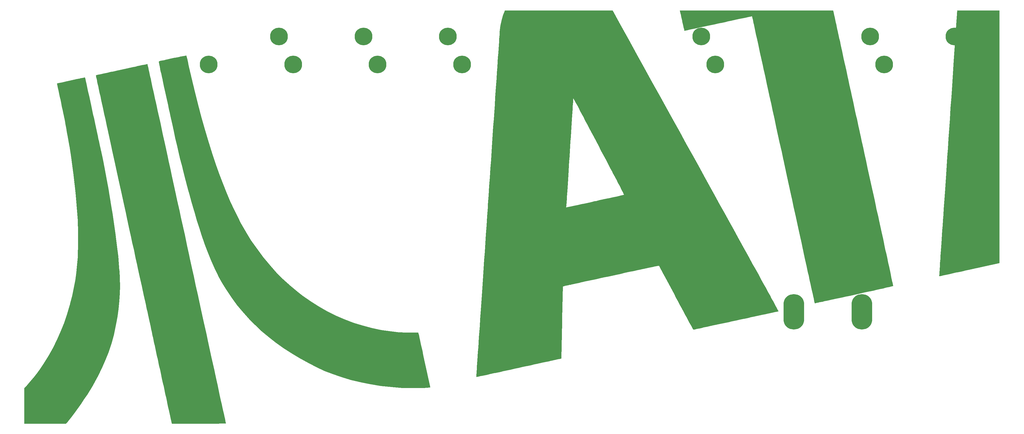
<source format=gbr>
G04 #@! TF.GenerationSoftware,KiCad,Pcbnew,(7.0.0)*
G04 #@! TF.CreationDate,2023-02-28T22:20:42-08:00*
G04 #@! TF.ProjectId,DecentXE-plate,44656365-6e74-4584-952d-706c6174652e,11*
G04 #@! TF.SameCoordinates,Original*
G04 #@! TF.FileFunction,Soldermask,Top*
G04 #@! TF.FilePolarity,Negative*
%FSLAX46Y46*%
G04 Gerber Fmt 4.6, Leading zero omitted, Abs format (unit mm)*
G04 Created by KiCad (PCBNEW (7.0.0)) date 2023-02-28 22:20:42*
%MOMM*%
%LPD*%
G01*
G04 APERTURE LIST*
%ADD10C,6.000000*%
%ADD11O,7.000000X12.000000*%
G04 APERTURE END LIST*
G36*
X352365733Y-61855309D02*
G01*
X352365733Y-104678508D01*
X342311567Y-106869919D01*
X341032936Y-107148664D01*
X339798794Y-107417816D01*
X338619406Y-107675132D01*
X337505033Y-107918367D01*
X336465941Y-108145279D01*
X335512391Y-108353622D01*
X334654647Y-108541155D01*
X333902973Y-108705631D01*
X333267631Y-108844809D01*
X332758886Y-108956444D01*
X332387000Y-109038292D01*
X332162237Y-109088110D01*
X332095527Y-109103323D01*
X332026440Y-109112496D01*
X331982905Y-109078712D01*
X331961751Y-108974555D01*
X331959806Y-108772609D01*
X331973898Y-108445458D01*
X331988635Y-108179359D01*
X331993886Y-108091853D01*
X332002512Y-107954917D01*
X332014720Y-107765506D01*
X332030715Y-107520576D01*
X332050703Y-107217083D01*
X332074889Y-106851983D01*
X332103480Y-106422232D01*
X332136681Y-105924786D01*
X332174698Y-105356599D01*
X332217738Y-104714629D01*
X332266005Y-103995831D01*
X332319705Y-103197161D01*
X332379045Y-102315575D01*
X332444229Y-101348028D01*
X332515465Y-100291476D01*
X332592957Y-99142875D01*
X332676912Y-97899182D01*
X332767535Y-96557351D01*
X332865032Y-95114339D01*
X332969609Y-93567101D01*
X333081471Y-91912593D01*
X333200825Y-90147772D01*
X333327876Y-88269592D01*
X333462830Y-86275010D01*
X333605893Y-84160982D01*
X333757271Y-81924463D01*
X333917169Y-79562409D01*
X334085793Y-77071776D01*
X334263350Y-74449520D01*
X334450044Y-71692597D01*
X334646081Y-68797962D01*
X334851669Y-65762572D01*
X335067011Y-62583382D01*
X335292314Y-59257347D01*
X335527784Y-55781425D01*
X335773627Y-52152570D01*
X336030048Y-48367738D01*
X336297253Y-44423886D01*
X336575448Y-40317969D01*
X336864839Y-36046943D01*
X336942007Y-34908067D01*
X338014800Y-19075400D01*
X345190266Y-19053755D01*
X352365733Y-19032111D01*
X352365733Y-61855309D01*
G37*
G36*
X42887961Y-41826108D02*
G01*
X42941991Y-42065032D01*
X43027148Y-42447605D01*
X43141054Y-42962909D01*
X43281330Y-43600025D01*
X43445599Y-44348032D01*
X43631482Y-45196014D01*
X43836599Y-46133050D01*
X44058574Y-47148221D01*
X44295028Y-48230609D01*
X44543582Y-49369294D01*
X44801858Y-50553357D01*
X45067478Y-51771880D01*
X45338063Y-53013944D01*
X45611235Y-54268628D01*
X45884615Y-55525015D01*
X46155826Y-56772186D01*
X46422489Y-57999221D01*
X46682226Y-59195201D01*
X46932658Y-60349207D01*
X47171406Y-61450321D01*
X47396093Y-62487623D01*
X47604341Y-63450195D01*
X47793770Y-64327117D01*
X47962003Y-65107470D01*
X48106661Y-65780335D01*
X48225365Y-66334793D01*
X48276196Y-66573400D01*
X48928924Y-69710334D01*
X49558233Y-72866138D01*
X50161998Y-76026962D01*
X50738094Y-79178960D01*
X51284395Y-82308283D01*
X51798777Y-85401084D01*
X52279114Y-88443515D01*
X52723281Y-91421728D01*
X53129153Y-94321875D01*
X53494604Y-97130108D01*
X53817511Y-99832580D01*
X54095747Y-102415443D01*
X54327187Y-104864849D01*
X54509706Y-107166950D01*
X54512984Y-107213400D01*
X54655730Y-109876159D01*
X54701086Y-112466094D01*
X54646907Y-115015109D01*
X54491047Y-117555110D01*
X54231358Y-120118001D01*
X53865695Y-122735689D01*
X53391911Y-125440079D01*
X53232078Y-126254620D01*
X52587899Y-129117969D01*
X51814297Y-131925394D01*
X50905032Y-134693573D01*
X49853866Y-137439186D01*
X48654561Y-140178914D01*
X47300879Y-142929436D01*
X46294038Y-144805400D01*
X45483883Y-146221155D01*
X44580243Y-147718267D01*
X43602612Y-149268202D01*
X42570483Y-150842427D01*
X41503349Y-152412406D01*
X40420704Y-153949606D01*
X39342041Y-155425493D01*
X38286854Y-156811532D01*
X37274636Y-158079190D01*
X36996113Y-158415567D01*
X36447939Y-159071733D01*
X29391503Y-159071733D01*
X22335067Y-159071733D01*
X22335067Y-153054114D01*
X22335067Y-147036496D01*
X22784391Y-146555948D01*
X23670452Y-145573063D01*
X24605089Y-144471508D01*
X25562383Y-143284678D01*
X26516411Y-142045969D01*
X27441255Y-140788775D01*
X28310994Y-139546492D01*
X28841749Y-138751733D01*
X30503885Y-136081373D01*
X32027644Y-133363254D01*
X33419459Y-130582741D01*
X34685765Y-127725202D01*
X35832994Y-124776001D01*
X36867581Y-121720506D01*
X37795958Y-118544082D01*
X37905494Y-118135400D01*
X38539882Y-115578081D01*
X39079969Y-113032935D01*
X39531249Y-110465631D01*
X39899213Y-107841839D01*
X40189355Y-105127229D01*
X40384308Y-102641400D01*
X40411492Y-102119012D01*
X40434570Y-101450285D01*
X40453543Y-100658165D01*
X40468414Y-99765598D01*
X40479185Y-98795528D01*
X40485858Y-97770900D01*
X40488437Y-96714660D01*
X40486922Y-95649753D01*
X40481316Y-94599124D01*
X40471622Y-93585718D01*
X40457842Y-92632481D01*
X40439978Y-91762357D01*
X40418033Y-90998292D01*
X40392008Y-90363232D01*
X40383070Y-90195400D01*
X40183560Y-87036110D01*
X39948350Y-83951782D01*
X39673786Y-80910318D01*
X39356213Y-77879618D01*
X38991976Y-74827585D01*
X38577422Y-71722119D01*
X38108895Y-68531122D01*
X37582741Y-65222496D01*
X37446113Y-64399167D01*
X37192018Y-62889819D01*
X36955088Y-61506180D01*
X36729991Y-60220652D01*
X36511398Y-59005634D01*
X36293976Y-57833530D01*
X36072394Y-56676738D01*
X35841322Y-55507662D01*
X35595428Y-54298701D01*
X35329381Y-53022257D01*
X35037849Y-51650731D01*
X34715502Y-50156524D01*
X34531833Y-49312256D01*
X34327907Y-48375095D01*
X34135660Y-47487742D01*
X33957997Y-46663854D01*
X33797823Y-45917086D01*
X33658042Y-45261095D01*
X33541559Y-44709538D01*
X33451279Y-44276069D01*
X33390105Y-43974346D01*
X33360944Y-43818025D01*
X33359099Y-43798684D01*
X33446125Y-43775384D01*
X33680237Y-43720776D01*
X34043564Y-43638728D01*
X34518235Y-43533104D01*
X35086379Y-43407771D01*
X35730122Y-43266595D01*
X36431595Y-43113442D01*
X37172925Y-42952179D01*
X37936241Y-42786671D01*
X38703672Y-42620785D01*
X39457345Y-42458387D01*
X40179389Y-42303343D01*
X40851933Y-42159519D01*
X41457105Y-42030782D01*
X41977033Y-41920997D01*
X42393846Y-41834030D01*
X42689673Y-41773748D01*
X42846642Y-41744017D01*
X42867436Y-41741753D01*
X42887961Y-41826108D01*
G37*
G36*
X77168648Y-34299092D02*
G01*
X77198471Y-34391312D01*
X77259759Y-34630143D01*
X77348101Y-34996707D01*
X77459090Y-35472126D01*
X77588315Y-36037520D01*
X77731369Y-36674010D01*
X77878750Y-37339560D01*
X78938447Y-42031539D01*
X80023056Y-46582373D01*
X81131911Y-50990047D01*
X82264348Y-55252543D01*
X83419703Y-59367843D01*
X84597311Y-63333931D01*
X85796507Y-67148788D01*
X87016628Y-70810398D01*
X88257009Y-74316743D01*
X89516985Y-77665807D01*
X90795892Y-80855571D01*
X92093065Y-83884018D01*
X93407841Y-86749132D01*
X94739555Y-89448894D01*
X95552441Y-90999733D01*
X97275397Y-94049328D01*
X99119870Y-97006485D01*
X101079729Y-99863972D01*
X103148848Y-102614556D01*
X105321096Y-105251005D01*
X107590345Y-107766087D01*
X109950466Y-110152567D01*
X112395331Y-112403215D01*
X114918810Y-114510798D01*
X116517236Y-115740302D01*
X119220303Y-117649813D01*
X121993954Y-119406275D01*
X124835162Y-121008539D01*
X127740902Y-122455458D01*
X130708148Y-123745883D01*
X133733872Y-124878667D01*
X136815049Y-125852662D01*
X139948653Y-126666718D01*
X143131658Y-127319689D01*
X146361037Y-127810427D01*
X149081067Y-128094256D01*
X149486621Y-128120385D01*
X150027053Y-128143940D01*
X150667916Y-128164034D01*
X151374763Y-128179782D01*
X152113147Y-128190301D01*
X152848621Y-128194704D01*
X152993487Y-128194772D01*
X155678240Y-128193347D01*
X155769799Y-128625374D01*
X155800080Y-128765837D01*
X155863982Y-129060322D01*
X155959018Y-129497413D01*
X156082700Y-130065694D01*
X156232540Y-130753748D01*
X156406052Y-131550159D01*
X156600746Y-132443510D01*
X156814136Y-133422386D01*
X157043734Y-134475369D01*
X157287052Y-135591045D01*
X157541603Y-136757995D01*
X157791865Y-137905067D01*
X159722371Y-146752733D01*
X159502886Y-146809866D01*
X159241070Y-146854752D01*
X158830309Y-146895194D01*
X158290939Y-146930871D01*
X157643297Y-146961461D01*
X156907720Y-146986641D01*
X156104546Y-147006091D01*
X155254111Y-147019489D01*
X154376752Y-147026512D01*
X153492807Y-147026840D01*
X152622612Y-147020150D01*
X151786506Y-147006121D01*
X151004824Y-146984431D01*
X150308733Y-146955308D01*
X146628835Y-146697152D01*
X143043764Y-146299861D01*
X139551073Y-145762905D01*
X136148312Y-145085754D01*
X132833033Y-144267876D01*
X129602787Y-143308742D01*
X126455126Y-142207820D01*
X124140151Y-141285844D01*
X123590249Y-141044974D01*
X122918042Y-140734136D01*
X122148914Y-140366199D01*
X121308248Y-139954028D01*
X120421429Y-139510492D01*
X119513840Y-139048457D01*
X118610865Y-138580792D01*
X117737888Y-138120364D01*
X116920293Y-137680040D01*
X116183465Y-137272687D01*
X115849400Y-137083177D01*
X112914843Y-135332497D01*
X110136376Y-133532641D01*
X107506016Y-131676325D01*
X105015782Y-129756263D01*
X102657693Y-127765172D01*
X100423769Y-125695767D01*
X98306027Y-123540763D01*
X96296487Y-121292876D01*
X94387168Y-118944821D01*
X92570088Y-116489313D01*
X91379283Y-114748733D01*
X90534776Y-113445754D01*
X89727323Y-112138035D01*
X88952683Y-110815293D01*
X88206617Y-109467247D01*
X87484886Y-108083617D01*
X86783250Y-106654119D01*
X86097470Y-105168473D01*
X85423306Y-103616396D01*
X84756518Y-101987608D01*
X84092868Y-100271827D01*
X83428116Y-98458771D01*
X82758021Y-96538159D01*
X82078346Y-94499708D01*
X81384850Y-92333139D01*
X80673294Y-90028168D01*
X79939438Y-87574514D01*
X79369803Y-85623400D01*
X78790673Y-83602631D01*
X78231617Y-81612954D01*
X77688804Y-79638890D01*
X77158404Y-77664957D01*
X76636587Y-75675676D01*
X76119522Y-73655565D01*
X75603381Y-71589146D01*
X75084332Y-69460938D01*
X74558546Y-67255460D01*
X74022193Y-64957232D01*
X73471442Y-62550774D01*
X72902463Y-60020606D01*
X72311426Y-57351247D01*
X71828469Y-55143400D01*
X71558478Y-53903351D01*
X71262279Y-52543301D01*
X70947562Y-51098545D01*
X70622018Y-49604378D01*
X70293340Y-48096095D01*
X69969218Y-46608992D01*
X69657345Y-45178365D01*
X69365411Y-43839508D01*
X69101109Y-42627717D01*
X69079462Y-42528487D01*
X68863299Y-41532520D01*
X68659823Y-40585040D01*
X68471675Y-39698977D01*
X68301501Y-38887258D01*
X68151942Y-38162813D01*
X68025643Y-37538571D01*
X67925246Y-37027461D01*
X67853396Y-36642411D01*
X67812736Y-36396350D01*
X67805909Y-36302208D01*
X67806350Y-36301801D01*
X67910469Y-36269833D01*
X68159986Y-36207891D01*
X68536811Y-36119846D01*
X69022854Y-36009566D01*
X69600024Y-35880922D01*
X70250230Y-35737784D01*
X70955382Y-35584021D01*
X71697389Y-35423503D01*
X72458160Y-35260101D01*
X73219605Y-35097682D01*
X73963634Y-34940119D01*
X74672156Y-34791280D01*
X75327079Y-34655034D01*
X75910314Y-34535253D01*
X76403771Y-34435806D01*
X76789357Y-34360562D01*
X77048983Y-34313391D01*
X77164559Y-34298163D01*
X77168648Y-34299092D01*
G37*
G36*
X63998551Y-37284505D02*
G01*
X64053692Y-37520458D01*
X64138730Y-37894767D01*
X64250651Y-38393869D01*
X64386444Y-39004205D01*
X64543096Y-39712210D01*
X64717594Y-40504325D01*
X64906927Y-41366986D01*
X65108082Y-42286632D01*
X65219117Y-42795540D01*
X65304537Y-43187400D01*
X65424954Y-43739825D01*
X65579303Y-44447931D01*
X65766520Y-45306835D01*
X65985539Y-46311653D01*
X66235298Y-47457502D01*
X66514731Y-48739496D01*
X66822773Y-50152753D01*
X67158361Y-51692389D01*
X67520429Y-53353520D01*
X67907914Y-55131262D01*
X68319751Y-57020732D01*
X68754875Y-59017045D01*
X69212221Y-61115318D01*
X69690726Y-63310668D01*
X70189325Y-65598209D01*
X70706954Y-67973060D01*
X71242547Y-70430335D01*
X71795041Y-72965151D01*
X72363370Y-75572624D01*
X72946471Y-78247871D01*
X73543279Y-80986008D01*
X74152730Y-83782151D01*
X74773758Y-86631415D01*
X75405300Y-89528918D01*
X76046291Y-92469776D01*
X76695667Y-95449105D01*
X77352363Y-98462020D01*
X78015314Y-101503639D01*
X78466294Y-103572733D01*
X79123836Y-106589454D01*
X79772555Y-109565527D01*
X80411513Y-112496651D01*
X81039770Y-115378521D01*
X81656388Y-118206836D01*
X82260427Y-120977293D01*
X82850949Y-123685589D01*
X83427016Y-126327421D01*
X83987688Y-128898486D01*
X84532026Y-131394481D01*
X85059093Y-133811105D01*
X85567948Y-136144053D01*
X86057653Y-138389023D01*
X86527270Y-140541713D01*
X86975860Y-142597820D01*
X87402483Y-144553040D01*
X87806201Y-146403072D01*
X88186075Y-148143611D01*
X88541167Y-149770357D01*
X88870537Y-151279004D01*
X89173246Y-152665252D01*
X89448357Y-153924797D01*
X89694930Y-155053337D01*
X89912026Y-156046568D01*
X90098707Y-156900187D01*
X90254033Y-157609893D01*
X90377067Y-158171382D01*
X90466868Y-158580352D01*
X90522499Y-158832499D01*
X90543020Y-158923521D01*
X90543034Y-158923567D01*
X90543629Y-158946916D01*
X90524294Y-158967681D01*
X90475729Y-158986013D01*
X90388636Y-159002063D01*
X90253717Y-159015982D01*
X90061673Y-159027921D01*
X89803207Y-159038030D01*
X89469019Y-159046462D01*
X89049812Y-159053366D01*
X88536287Y-159058894D01*
X87919146Y-159063196D01*
X87189091Y-159066425D01*
X86336823Y-159068729D01*
X85353043Y-159070261D01*
X84228455Y-159071172D01*
X82953758Y-159071612D01*
X81519656Y-159071733D01*
X81416674Y-159071733D01*
X72245537Y-159071733D01*
X71932136Y-157653567D01*
X71578982Y-156054997D01*
X71248417Y-154557494D01*
X70936170Y-153141549D01*
X70637971Y-151787654D01*
X70349547Y-150476302D01*
X70066628Y-149187987D01*
X69784942Y-147903199D01*
X69500219Y-146602432D01*
X69208188Y-145266179D01*
X68904577Y-143874932D01*
X68585115Y-142409183D01*
X68245531Y-140849425D01*
X67881554Y-139176151D01*
X67488913Y-137369852D01*
X67209687Y-136084733D01*
X67023429Y-135227427D01*
X66837466Y-134371603D01*
X66650823Y-133512791D01*
X66462525Y-132646517D01*
X66271599Y-131768308D01*
X66077069Y-130873691D01*
X65877962Y-129958195D01*
X65673302Y-129017346D01*
X65462115Y-128046671D01*
X65243427Y-127041697D01*
X65016262Y-125997953D01*
X64779648Y-124910965D01*
X64532608Y-123776261D01*
X64274168Y-122589367D01*
X64003355Y-121345812D01*
X63719193Y-120041122D01*
X63420708Y-118670824D01*
X63106926Y-117230447D01*
X62776871Y-115715516D01*
X62429569Y-114121561D01*
X62064047Y-112444106D01*
X61679329Y-110678682D01*
X61274440Y-108820813D01*
X60848407Y-106866028D01*
X60400255Y-104809854D01*
X59929009Y-102647818D01*
X59433695Y-100375447D01*
X58913338Y-97988269D01*
X58366963Y-95481812D01*
X57793597Y-92851601D01*
X57192264Y-90093165D01*
X56561991Y-87202031D01*
X55901802Y-84173726D01*
X55210723Y-81003777D01*
X54487780Y-77687712D01*
X53731998Y-74221058D01*
X52942403Y-70599342D01*
X52118020Y-66818092D01*
X51845319Y-65567283D01*
X51410401Y-63571911D01*
X50984921Y-61618820D01*
X50570292Y-59714527D01*
X50167926Y-57865551D01*
X49779234Y-56078408D01*
X49405628Y-54359616D01*
X49048521Y-52715693D01*
X48709324Y-51153156D01*
X48389450Y-49678523D01*
X48090309Y-48298310D01*
X47813315Y-47019036D01*
X47559880Y-45847218D01*
X47331414Y-44789374D01*
X47129331Y-43852020D01*
X46955042Y-43041674D01*
X46809959Y-42364855D01*
X46695494Y-41828079D01*
X46613059Y-41437863D01*
X46564067Y-41200726D01*
X46549733Y-41123620D01*
X46617944Y-40992341D01*
X46824900Y-40917140D01*
X46944559Y-40892068D01*
X47218179Y-40833279D01*
X47634306Y-40743266D01*
X48181485Y-40624525D01*
X48848262Y-40479550D01*
X49623183Y-40310837D01*
X50494792Y-40120879D01*
X51451636Y-39912173D01*
X52482260Y-39687212D01*
X53575209Y-39448491D01*
X54719029Y-39198505D01*
X55524400Y-39022400D01*
X56690196Y-38767685D01*
X57808735Y-38523794D01*
X58868998Y-38293101D01*
X59859967Y-38077982D01*
X60770624Y-37880811D01*
X61589951Y-37703964D01*
X62306932Y-37549815D01*
X62910546Y-37420739D01*
X63389778Y-37319113D01*
X63733608Y-37247310D01*
X63931019Y-37207706D01*
X63976318Y-37200470D01*
X63998551Y-37284505D01*
G37*
G36*
X296091000Y-19223567D02*
G01*
X296115052Y-19330563D01*
X296172748Y-19592049D01*
X296261691Y-19997061D01*
X296379484Y-20534635D01*
X296523732Y-21193807D01*
X296692038Y-21963613D01*
X296882007Y-22833090D01*
X297091241Y-23791273D01*
X297317344Y-24827198D01*
X297557922Y-25929902D01*
X297810576Y-27088421D01*
X298072912Y-28291790D01*
X298084815Y-28346400D01*
X298355204Y-29586941D01*
X298657009Y-30971571D01*
X298985574Y-32478932D01*
X299336244Y-34087667D01*
X299704362Y-35776416D01*
X300085272Y-37523824D01*
X300474320Y-39308532D01*
X300866848Y-41109181D01*
X301258202Y-42904415D01*
X301643726Y-44672875D01*
X302018764Y-46393204D01*
X302378659Y-48044044D01*
X302615861Y-49132067D01*
X302853493Y-50222055D01*
X303124837Y-51466673D01*
X303427534Y-52855103D01*
X303759225Y-54376528D01*
X304117553Y-56020131D01*
X304500158Y-57775094D01*
X304904684Y-59630599D01*
X305328771Y-61575830D01*
X305770060Y-63599969D01*
X306226195Y-65692198D01*
X306694815Y-67841701D01*
X307173564Y-70037659D01*
X307660083Y-72269256D01*
X308152012Y-74525674D01*
X308646995Y-76796095D01*
X309142672Y-79069702D01*
X309636686Y-81335678D01*
X310126677Y-83583206D01*
X310610288Y-85801467D01*
X310792969Y-86639400D01*
X311239887Y-88690073D01*
X311677267Y-90698393D01*
X312103741Y-92658033D01*
X312517941Y-94562664D01*
X312918501Y-96405959D01*
X313304053Y-98181591D01*
X313673229Y-99883231D01*
X314024662Y-101504554D01*
X314356984Y-103039230D01*
X314668828Y-104480933D01*
X314958828Y-105823335D01*
X315225614Y-107060108D01*
X315467820Y-108184926D01*
X315684078Y-109191459D01*
X315873022Y-110073382D01*
X316033282Y-110824366D01*
X316163493Y-111438084D01*
X316262287Y-111908209D01*
X316328295Y-112228412D01*
X316360152Y-112392366D01*
X316362978Y-112413497D01*
X316310528Y-112441266D01*
X316156854Y-112489708D01*
X315897289Y-112559880D01*
X315527168Y-112652843D01*
X315041824Y-112769656D01*
X314436591Y-112911376D01*
X313706803Y-113079064D01*
X312847795Y-113273778D01*
X311854899Y-113496576D01*
X310723450Y-113748519D01*
X309448782Y-114030664D01*
X308026229Y-114344071D01*
X306451125Y-114689798D01*
X304718803Y-115068906D01*
X303216733Y-115396910D01*
X301754429Y-115715777D01*
X300336094Y-116024691D01*
X298970646Y-116321728D01*
X297667005Y-116604961D01*
X296434088Y-116872464D01*
X295280816Y-117122312D01*
X294216106Y-117352579D01*
X293248878Y-117561339D01*
X292388051Y-117746667D01*
X291642544Y-117906635D01*
X291021275Y-118039320D01*
X290533163Y-118142794D01*
X290187127Y-118215133D01*
X289992087Y-118254409D01*
X289950939Y-118261313D01*
X289809306Y-118192163D01*
X289764684Y-118114233D01*
X289744263Y-118023576D01*
X289688807Y-117772059D01*
X289599320Y-117364276D01*
X289476803Y-116804821D01*
X289322257Y-116098288D01*
X289136685Y-115249273D01*
X288921089Y-114262369D01*
X288676470Y-113142170D01*
X288403831Y-111893270D01*
X288104174Y-110520265D01*
X287778500Y-109027747D01*
X287427812Y-107420312D01*
X287053111Y-105702554D01*
X286655400Y-103879066D01*
X286235680Y-101954444D01*
X285794954Y-99933281D01*
X285334223Y-97820172D01*
X284854489Y-95619711D01*
X284356755Y-93336492D01*
X283842021Y-90975110D01*
X283311291Y-88540158D01*
X282765566Y-86036231D01*
X282205849Y-83467924D01*
X281633140Y-80839830D01*
X281048442Y-78156544D01*
X280452758Y-75422659D01*
X279847088Y-72642772D01*
X279232436Y-69821474D01*
X279161181Y-69494400D01*
X278545815Y-66669749D01*
X277939434Y-63886403D01*
X277343035Y-61148940D01*
X276757616Y-58461936D01*
X276184175Y-55829970D01*
X275623708Y-53257616D01*
X275077215Y-50749454D01*
X274545691Y-48310059D01*
X274030135Y-45944009D01*
X273531544Y-43655882D01*
X273050915Y-41450253D01*
X272589247Y-39331700D01*
X272147536Y-37304800D01*
X271726780Y-35374130D01*
X271327977Y-33544268D01*
X270952124Y-31819790D01*
X270600219Y-30205273D01*
X270273259Y-28705295D01*
X269972241Y-27324432D01*
X269698164Y-26067261D01*
X269452024Y-24938360D01*
X269234820Y-23942306D01*
X269047549Y-23083675D01*
X268891207Y-22367045D01*
X268766794Y-21796993D01*
X268675305Y-21378096D01*
X268617740Y-21114930D01*
X268595094Y-21012074D01*
X268594769Y-21010717D01*
X268512815Y-21026994D01*
X268274862Y-21077366D01*
X267890342Y-21159785D01*
X267368688Y-21272205D01*
X266719330Y-21412578D01*
X265951703Y-21578858D01*
X265075237Y-21768997D01*
X264099366Y-21980948D01*
X263033521Y-22212664D01*
X261887135Y-22462099D01*
X260669640Y-22727204D01*
X259390467Y-23005934D01*
X258059051Y-23296241D01*
X257168442Y-23490537D01*
X255807486Y-23787152D01*
X254492191Y-24073124D01*
X253232026Y-24346426D01*
X252036459Y-24605034D01*
X250914956Y-24846924D01*
X249876986Y-25070070D01*
X248932017Y-25272449D01*
X248089517Y-25452034D01*
X247358953Y-25606801D01*
X246749792Y-25734725D01*
X246271504Y-25833783D01*
X245933555Y-25901947D01*
X245745413Y-25937195D01*
X245707952Y-25941507D01*
X245681462Y-25852469D01*
X245623295Y-25615917D01*
X245537556Y-25249848D01*
X245428350Y-24772258D01*
X245299783Y-24201143D01*
X245155960Y-23554499D01*
X245000986Y-22850323D01*
X244958787Y-22657354D01*
X244800667Y-21933827D01*
X244652501Y-21256804D01*
X244518484Y-20645384D01*
X244402811Y-20118666D01*
X244309678Y-19695749D01*
X244243281Y-19395732D01*
X244207814Y-19237714D01*
X244204498Y-19223567D01*
X244158507Y-19033067D01*
X270101275Y-19033067D01*
X296044043Y-19033067D01*
X296091000Y-19223567D01*
G37*
G36*
X179156557Y-85819374D02*
G01*
X205712798Y-85819374D01*
X206077766Y-85736971D01*
X206207726Y-85708289D01*
X206492156Y-85645993D01*
X206920063Y-85552479D01*
X207480456Y-85430145D01*
X208162343Y-85281386D01*
X208954734Y-85108599D01*
X209846637Y-84914179D01*
X210827060Y-84700523D01*
X211885012Y-84470028D01*
X213009501Y-84225089D01*
X214189537Y-83968102D01*
X215414127Y-83701465D01*
X215756067Y-83627021D01*
X216985764Y-83359031D01*
X218170388Y-83100315D01*
X219299288Y-82853230D01*
X220361815Y-82620130D01*
X221347320Y-82403369D01*
X222245153Y-82205302D01*
X223044663Y-82028284D01*
X223735203Y-81874669D01*
X224306121Y-81746813D01*
X224746768Y-81647070D01*
X225046495Y-81577795D01*
X225194653Y-81541342D01*
X225208077Y-81537103D01*
X225220347Y-81507011D01*
X225206444Y-81433110D01*
X225162403Y-81307535D01*
X225084258Y-81122422D01*
X224968044Y-80869904D01*
X224809794Y-80542116D01*
X224605542Y-80131195D01*
X224351324Y-79629274D01*
X224043174Y-79028488D01*
X223677124Y-78320972D01*
X223249211Y-77498862D01*
X222755469Y-76554292D01*
X222191930Y-75479397D01*
X221554631Y-74266311D01*
X221249121Y-73685400D01*
X220602734Y-72456585D01*
X219890789Y-71103005D01*
X219126501Y-69649789D01*
X218323084Y-68122068D01*
X217493751Y-66544971D01*
X216651717Y-64943630D01*
X215810196Y-63343173D01*
X214982402Y-61768732D01*
X214181550Y-60245437D01*
X213420853Y-58798416D01*
X212713526Y-57452802D01*
X212647400Y-57326999D01*
X212058632Y-56207597D01*
X211491812Y-55131360D01*
X210951901Y-54107633D01*
X210443863Y-53145764D01*
X209972659Y-52255100D01*
X209543253Y-51444988D01*
X209160607Y-50724774D01*
X208829682Y-50103807D01*
X208555442Y-49591432D01*
X208342849Y-49196997D01*
X208196865Y-48929849D01*
X208122453Y-48799335D01*
X208113712Y-48787532D01*
X208105569Y-48873623D01*
X208087264Y-49120911D01*
X208059304Y-49521596D01*
X208022197Y-50067877D01*
X207976448Y-50751955D01*
X207922567Y-51566029D01*
X207861060Y-52502300D01*
X207792433Y-53552967D01*
X207717195Y-54710231D01*
X207635853Y-55966291D01*
X207548914Y-57313347D01*
X207456885Y-58743600D01*
X207360273Y-60249248D01*
X207259586Y-61822493D01*
X207155331Y-63455534D01*
X207048014Y-65140570D01*
X206950830Y-66669934D01*
X206840701Y-68403999D01*
X206732998Y-70098227D01*
X206628245Y-71744455D01*
X206526965Y-73334517D01*
X206429681Y-74860251D01*
X206336917Y-76313493D01*
X206249195Y-77686077D01*
X206167039Y-78969841D01*
X206090972Y-80156621D01*
X206021517Y-81238252D01*
X205959198Y-82206570D01*
X205904538Y-83053412D01*
X205858059Y-83770614D01*
X205820285Y-84350011D01*
X205791739Y-84783441D01*
X205772945Y-85062738D01*
X205765174Y-85171054D01*
X205712798Y-85819374D01*
X179156557Y-85819374D01*
X179161633Y-85744299D01*
X179224175Y-84819067D01*
X179435033Y-81700056D01*
X179643313Y-78620063D01*
X179848713Y-75583530D01*
X180050931Y-72594895D01*
X180249666Y-69658600D01*
X180444617Y-66779086D01*
X180635480Y-63960793D01*
X180821955Y-61208162D01*
X181003741Y-58525633D01*
X181180534Y-55917646D01*
X181352033Y-53388643D01*
X181517938Y-50943065D01*
X181677945Y-48585350D01*
X181831754Y-46319941D01*
X181979062Y-44151277D01*
X182119567Y-42083800D01*
X182252969Y-40121950D01*
X182378966Y-38270167D01*
X182497255Y-36532893D01*
X182607535Y-34914567D01*
X182709504Y-33419630D01*
X182802860Y-32052523D01*
X182887302Y-30817687D01*
X182962529Y-29719562D01*
X183028237Y-28762588D01*
X183084126Y-27951206D01*
X183129894Y-27289857D01*
X183165239Y-26782982D01*
X183189859Y-26435020D01*
X183203454Y-26250413D01*
X183205144Y-26229733D01*
X183451668Y-24252072D01*
X183839101Y-22350219D01*
X184365056Y-20534891D01*
X184653033Y-19731374D01*
X184919443Y-19032683D01*
X203161005Y-19054041D01*
X221402567Y-19075400D01*
X224045297Y-23859067D01*
X226844065Y-28925332D01*
X229561337Y-33844387D01*
X232197629Y-38617171D01*
X234753460Y-43244620D01*
X237229346Y-47727675D01*
X239625803Y-52067271D01*
X241943348Y-56264347D01*
X244182498Y-60319842D01*
X246343771Y-64234693D01*
X248427681Y-68009839D01*
X250434747Y-71646216D01*
X252365485Y-75144764D01*
X254220412Y-78506420D01*
X256000045Y-81732122D01*
X257704900Y-84822808D01*
X259335494Y-87779417D01*
X260892344Y-90602885D01*
X262375967Y-93294152D01*
X263786879Y-95854155D01*
X265125598Y-98283832D01*
X266392640Y-100584121D01*
X267588521Y-102755960D01*
X268713759Y-104800288D01*
X269768871Y-106718041D01*
X270754373Y-108510159D01*
X271670781Y-110177579D01*
X272518613Y-111721239D01*
X273298386Y-113142077D01*
X274010616Y-114441031D01*
X274655820Y-115619039D01*
X275234515Y-116677039D01*
X275747217Y-117615969D01*
X276194443Y-118436768D01*
X276576711Y-119140372D01*
X276894536Y-119727720D01*
X277148436Y-120199751D01*
X277338928Y-120557401D01*
X277466528Y-120801609D01*
X277531752Y-120933314D01*
X277540952Y-120959031D01*
X277444547Y-120986006D01*
X277193363Y-121046179D01*
X276797687Y-121137316D01*
X276267808Y-121257186D01*
X275614015Y-121403556D01*
X274846597Y-121574192D01*
X273975842Y-121766863D01*
X273012039Y-121979336D01*
X271965476Y-122209378D01*
X270846443Y-122454757D01*
X269665227Y-122713240D01*
X268432118Y-122982595D01*
X267157404Y-123260588D01*
X265851374Y-123544988D01*
X264524316Y-123833561D01*
X263186520Y-124124076D01*
X261848273Y-124414299D01*
X260519864Y-124701998D01*
X259211582Y-124984941D01*
X257933716Y-125260894D01*
X256696554Y-125527625D01*
X255510386Y-125782902D01*
X254385499Y-126024492D01*
X253332182Y-126250162D01*
X252360723Y-126457680D01*
X251481413Y-126644813D01*
X250704538Y-126809328D01*
X250040389Y-126948994D01*
X249499253Y-127061577D01*
X249091419Y-127144845D01*
X248827175Y-127196565D01*
X248716812Y-127214504D01*
X248714399Y-127214282D01*
X248662815Y-127135827D01*
X248536583Y-126916085D01*
X248340224Y-126563451D01*
X248078261Y-126086322D01*
X247755215Y-125493096D01*
X247375610Y-124792170D01*
X246943967Y-123991939D01*
X246464809Y-123100802D01*
X245942658Y-122127155D01*
X245382035Y-121079395D01*
X244787464Y-119965919D01*
X244163467Y-118795124D01*
X243514565Y-117575407D01*
X242891733Y-116402703D01*
X242224058Y-115144626D01*
X241577844Y-113927145D01*
X240957568Y-112758689D01*
X240367708Y-111647687D01*
X239812742Y-110602567D01*
X239297148Y-109631758D01*
X238825403Y-108743689D01*
X238401987Y-107946788D01*
X238031375Y-107249485D01*
X237718047Y-106660208D01*
X237466481Y-106187387D01*
X237281153Y-105839448D01*
X237166542Y-105624823D01*
X237127340Y-105552245D01*
X237039763Y-105560394D01*
X236793478Y-105603659D01*
X236395122Y-105680635D01*
X235851335Y-105789919D01*
X235168757Y-105930104D01*
X234354027Y-106099788D01*
X233413783Y-106297566D01*
X232354666Y-106522032D01*
X231183313Y-106771782D01*
X229906365Y-107045412D01*
X228530460Y-107341517D01*
X227062238Y-107658693D01*
X225508337Y-107995535D01*
X223875397Y-108350638D01*
X223072674Y-108525589D01*
X221524050Y-108863310D01*
X219996966Y-109196273D01*
X218501809Y-109522215D01*
X217048968Y-109838873D01*
X215648831Y-110143987D01*
X214311788Y-110435292D01*
X213048226Y-110710527D01*
X211868534Y-110967430D01*
X210783101Y-111203737D01*
X209802315Y-111417187D01*
X208936565Y-111605518D01*
X208196239Y-111766466D01*
X207591726Y-111897770D01*
X207133415Y-111997167D01*
X206866067Y-112054984D01*
X206277619Y-112183403D01*
X205743818Y-112302726D01*
X205286999Y-112407733D01*
X204929497Y-112493201D01*
X204693644Y-112553910D01*
X204602209Y-112584215D01*
X204593372Y-112673731D01*
X204581843Y-112923038D01*
X204567844Y-113322616D01*
X204551598Y-113862948D01*
X204533327Y-114534515D01*
X204513255Y-115327800D01*
X204491602Y-116233283D01*
X204468593Y-117241448D01*
X204444450Y-118342775D01*
X204419395Y-119527747D01*
X204393651Y-120786845D01*
X204367440Y-122110551D01*
X204340986Y-123489347D01*
X204316868Y-124784991D01*
X204290449Y-126205677D01*
X204264191Y-127579942D01*
X204238311Y-128898268D01*
X204213025Y-130151138D01*
X204188547Y-131329032D01*
X204165093Y-132422432D01*
X204142878Y-133421822D01*
X204122118Y-134317681D01*
X204103028Y-135100493D01*
X204085824Y-135760738D01*
X204070721Y-136288899D01*
X204057935Y-136675458D01*
X204047680Y-136910896D01*
X204040726Y-136985794D01*
X203953941Y-137009204D01*
X203711962Y-137066200D01*
X203325091Y-137154533D01*
X202803631Y-137271954D01*
X202157887Y-137416214D01*
X201398161Y-137585064D01*
X200534756Y-137776256D01*
X199577976Y-137987540D01*
X198538124Y-138216668D01*
X197425504Y-138461391D01*
X196250418Y-138719460D01*
X195023171Y-138988626D01*
X193754064Y-139266641D01*
X192453402Y-139551255D01*
X191131488Y-139840219D01*
X189798626Y-140131285D01*
X188465117Y-140422205D01*
X187141267Y-140710728D01*
X185837377Y-140994607D01*
X184563752Y-141271592D01*
X183330694Y-141539434D01*
X182148507Y-141795885D01*
X181027495Y-142038696D01*
X179977960Y-142265618D01*
X179010205Y-142474402D01*
X178134535Y-142662800D01*
X177361252Y-142828561D01*
X176700660Y-142969439D01*
X176163062Y-143083183D01*
X175758761Y-143167545D01*
X175498060Y-143220276D01*
X175391264Y-143239127D01*
X175390494Y-143239145D01*
X175305404Y-143217342D01*
X175270292Y-143125404D01*
X175275985Y-142923357D01*
X175288495Y-142794567D01*
X175296705Y-142686613D01*
X175316026Y-142414090D01*
X175346162Y-141981374D01*
X175386815Y-141392846D01*
X175437689Y-140652882D01*
X175498485Y-139765863D01*
X175568906Y-138736164D01*
X175648656Y-137568167D01*
X175737437Y-136266248D01*
X175834952Y-134834786D01*
X175940903Y-133278160D01*
X176054994Y-131600747D01*
X176176928Y-129806927D01*
X176306406Y-127901078D01*
X176443132Y-125887578D01*
X176586808Y-123770806D01*
X176737138Y-121555139D01*
X176893823Y-119244957D01*
X177056568Y-116844638D01*
X177225074Y-114358560D01*
X177399045Y-111791102D01*
X177578182Y-109146641D01*
X177762190Y-106429558D01*
X177950770Y-103644229D01*
X178143626Y-100795033D01*
X178340460Y-97886349D01*
X178540974Y-94922556D01*
X178744873Y-91908030D01*
X178951858Y-88847152D01*
X179156557Y-85819374D01*
G37*
D10*
X199016250Y-37372500D03*
X222828750Y-27847500D03*
X284753750Y-37372500D03*
X308566250Y-27847500D03*
D11*
X282766249Y-121209999D03*
X305766249Y-121209999D03*
D10*
X256166250Y-37372500D03*
X279978750Y-27847500D03*
X227591250Y-37372500D03*
X251403750Y-27847500D03*
X84716250Y-37372500D03*
X108528750Y-27847500D03*
X113291250Y-37372500D03*
X137103750Y-27847500D03*
X141866250Y-37372500D03*
X165678750Y-27847500D03*
X170441250Y-37372500D03*
X194253750Y-27847500D03*
X313316250Y-37372500D03*
X337128750Y-27847500D03*
D11*
X49403749Y-102159999D03*
X72403749Y-102159999D03*
M02*

</source>
